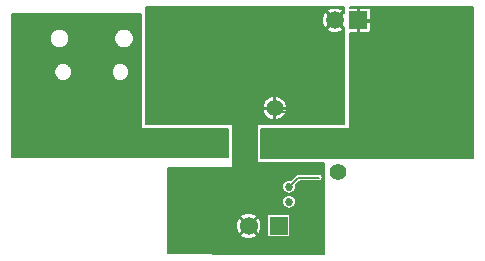
<source format=gbl>
G04 (created by PCBNEW (2013-07-07 BZR 4022)-stable) date 03/12/2015 19:04:02*
%MOIN*%
G04 Gerber Fmt 3.4, Leading zero omitted, Abs format*
%FSLAX34Y34*%
G01*
G70*
G90*
G04 APERTURE LIST*
%ADD10C,0.00590551*%
%ADD11R,0.06X0.06*%
%ADD12C,0.06*%
%ADD13R,0.0590551X0.0590551*%
%ADD14C,0.0590551*%
%ADD15C,0.055*%
%ADD16C,0.027*%
%ADD17C,0.006*%
G04 APERTURE END LIST*
G54D10*
G54D11*
X49400Y-33550D03*
G54D12*
X48400Y-33550D03*
G54D13*
X52060Y-26700D03*
G54D14*
X51272Y-26700D03*
G54D15*
X51390Y-31750D03*
X49269Y-29629D03*
G54D16*
X49750Y-32750D03*
X49750Y-32250D03*
X49500Y-30750D03*
X50250Y-30750D03*
X51250Y-30750D03*
X52250Y-30750D03*
X53250Y-30750D03*
X54250Y-30750D03*
X55250Y-30750D03*
X55250Y-30000D03*
X54250Y-30000D03*
X52250Y-30000D03*
X53250Y-30000D03*
X53250Y-29250D03*
X54250Y-29250D03*
X55250Y-29250D03*
X55250Y-28500D03*
X54250Y-28500D03*
X53250Y-28500D03*
X52250Y-28500D03*
X52250Y-27750D03*
X53250Y-27750D03*
X54250Y-27750D03*
X55250Y-27750D03*
X55250Y-26750D03*
X54250Y-26750D03*
X53250Y-26750D03*
X44250Y-30500D03*
X45000Y-30500D03*
X45750Y-30500D03*
X46500Y-30500D03*
X47250Y-30500D03*
X46500Y-31000D03*
X45750Y-31000D03*
X45000Y-31000D03*
X44250Y-31000D03*
X43500Y-31000D03*
X42750Y-31000D03*
X42000Y-31000D03*
X41250Y-31000D03*
X40750Y-30750D03*
X40750Y-30000D03*
X40750Y-29250D03*
X41100Y-30400D03*
X41100Y-29700D03*
X45500Y-29000D03*
X50500Y-33750D03*
X50500Y-34250D03*
X49750Y-34250D03*
X49000Y-34250D03*
X48250Y-34250D03*
X47500Y-34250D03*
X46750Y-34250D03*
X46000Y-34250D03*
X46000Y-33500D03*
X46750Y-33500D03*
X47500Y-33500D03*
X47750Y-32750D03*
X47000Y-32750D03*
X46250Y-32750D03*
X47000Y-32250D03*
X47750Y-32250D03*
X48250Y-31750D03*
X48250Y-31000D03*
X48250Y-30250D03*
X50750Y-27500D03*
X50750Y-28250D03*
X50000Y-26750D03*
X50000Y-27500D03*
X50000Y-28250D03*
X50000Y-29000D03*
X50000Y-29750D03*
X49250Y-29000D03*
X49250Y-28250D03*
X49250Y-27500D03*
X49250Y-26750D03*
X48500Y-26750D03*
X48500Y-27500D03*
X48500Y-28250D03*
X48500Y-29000D03*
X48500Y-29750D03*
X47750Y-29750D03*
X47750Y-29000D03*
X47750Y-28250D03*
X47750Y-27500D03*
X47750Y-26750D03*
X47000Y-26750D03*
X47000Y-27500D03*
X47000Y-28250D03*
X47000Y-29000D03*
X47000Y-29750D03*
X46250Y-29750D03*
X46250Y-29000D03*
X46250Y-28250D03*
X46250Y-27500D03*
X46250Y-26750D03*
X45500Y-26750D03*
X45500Y-27500D03*
X45500Y-28250D03*
G54D17*
X50750Y-31950D02*
X50050Y-31950D01*
X50050Y-31950D02*
X49750Y-32250D01*
X52200Y-26750D02*
X53250Y-26750D01*
X50000Y-30500D02*
X49500Y-30750D01*
X50250Y-30750D02*
X50000Y-30500D01*
X52000Y-30750D02*
X51250Y-30750D01*
X52250Y-30750D02*
X52000Y-30750D01*
X54250Y-30750D02*
X53250Y-30750D01*
X55250Y-30000D02*
X55250Y-30750D01*
X52250Y-30000D02*
X54250Y-30000D01*
X53250Y-29250D02*
X53250Y-30000D01*
X55250Y-29250D02*
X54250Y-29250D01*
X54250Y-28500D02*
X55250Y-28500D01*
X52250Y-28500D02*
X53250Y-28500D01*
X53250Y-27750D02*
X52250Y-27750D01*
X55250Y-27750D02*
X54250Y-27750D01*
X54250Y-26750D02*
X55250Y-26750D01*
X44250Y-30500D02*
X45000Y-30500D01*
X45750Y-30500D02*
X46500Y-30500D01*
X47250Y-30500D02*
X46750Y-31000D01*
X46750Y-31000D02*
X46500Y-31000D01*
X45750Y-31000D02*
X45000Y-31000D01*
X44250Y-31000D02*
X43500Y-31000D01*
X42750Y-31000D02*
X42000Y-31000D01*
X41250Y-31000D02*
X41000Y-30750D01*
X41000Y-30750D02*
X40750Y-30750D01*
X40750Y-30000D02*
X40750Y-29250D01*
X41100Y-29700D02*
X41100Y-30400D01*
X49750Y-34250D02*
X50500Y-34250D01*
X48250Y-34250D02*
X49000Y-34250D01*
X46750Y-34250D02*
X47500Y-34250D01*
X46000Y-33500D02*
X46000Y-34250D01*
X47500Y-33500D02*
X46750Y-33500D01*
X47000Y-32750D02*
X47750Y-32750D01*
X46500Y-32750D02*
X46250Y-32750D01*
X47000Y-32250D02*
X46500Y-32750D01*
X48250Y-31750D02*
X47750Y-32250D01*
X48250Y-30250D02*
X48250Y-31000D01*
X50750Y-28250D02*
X50750Y-27500D01*
X50000Y-27500D02*
X50000Y-26750D01*
X50000Y-29000D02*
X50000Y-28250D01*
X49250Y-29750D02*
X50000Y-29750D01*
X49250Y-28250D02*
X49250Y-29000D01*
X49250Y-26750D02*
X49250Y-27500D01*
X48500Y-27500D02*
X48500Y-26750D01*
X48500Y-29000D02*
X48500Y-28250D01*
X47750Y-29750D02*
X48500Y-29750D01*
X47750Y-28250D02*
X47750Y-29000D01*
X47750Y-26750D02*
X47750Y-27500D01*
X47000Y-27500D02*
X47000Y-26750D01*
X47000Y-29000D02*
X47000Y-28250D01*
X46250Y-29750D02*
X47000Y-29750D01*
X46250Y-28250D02*
X46250Y-29000D01*
X46250Y-26750D02*
X46250Y-27500D01*
X45500Y-27500D02*
X45500Y-26750D01*
X45500Y-29000D02*
X45500Y-28250D01*
G54D10*
G36*
X47720Y-31270D02*
X44574Y-31270D01*
X44574Y-27248D01*
X44524Y-27128D01*
X44432Y-27036D01*
X44313Y-26986D01*
X44183Y-26986D01*
X44063Y-27036D01*
X43971Y-27127D01*
X43921Y-27247D01*
X43921Y-27377D01*
X43971Y-27497D01*
X44062Y-27589D01*
X44182Y-27638D01*
X44312Y-27639D01*
X44432Y-27589D01*
X44524Y-27497D01*
X44573Y-27377D01*
X44574Y-27248D01*
X44574Y-31270D01*
X44426Y-31270D01*
X44426Y-28366D01*
X44381Y-28257D01*
X44298Y-28173D01*
X44188Y-28128D01*
X44070Y-28128D01*
X43961Y-28173D01*
X43878Y-28256D01*
X43833Y-28365D01*
X43832Y-28483D01*
X43878Y-28592D01*
X43961Y-28676D01*
X44070Y-28721D01*
X44188Y-28721D01*
X44297Y-28676D01*
X44381Y-28593D01*
X44426Y-28484D01*
X44426Y-28366D01*
X44426Y-31270D01*
X42517Y-31270D01*
X42517Y-28366D01*
X42471Y-28257D01*
X42428Y-28213D01*
X42428Y-27248D01*
X42378Y-27128D01*
X42287Y-27036D01*
X42167Y-26986D01*
X42037Y-26986D01*
X41917Y-27036D01*
X41825Y-27127D01*
X41776Y-27247D01*
X41775Y-27377D01*
X41825Y-27497D01*
X41917Y-27589D01*
X42036Y-27638D01*
X42166Y-27639D01*
X42286Y-27589D01*
X42378Y-27497D01*
X42428Y-27377D01*
X42428Y-27248D01*
X42428Y-28213D01*
X42388Y-28173D01*
X42279Y-28128D01*
X42161Y-28128D01*
X42052Y-28173D01*
X41968Y-28256D01*
X41923Y-28365D01*
X41923Y-28483D01*
X41968Y-28592D01*
X42051Y-28676D01*
X42161Y-28721D01*
X42279Y-28721D01*
X42388Y-28676D01*
X42471Y-28593D01*
X42516Y-28484D01*
X42517Y-28366D01*
X42517Y-31270D01*
X40530Y-31270D01*
X40530Y-26505D01*
X44820Y-26505D01*
X44820Y-30330D01*
X47720Y-30330D01*
X47720Y-31270D01*
X47720Y-31270D01*
G37*
G54D17*
X47720Y-31270D02*
X44574Y-31270D01*
X44574Y-27248D01*
X44524Y-27128D01*
X44432Y-27036D01*
X44313Y-26986D01*
X44183Y-26986D01*
X44063Y-27036D01*
X43971Y-27127D01*
X43921Y-27247D01*
X43921Y-27377D01*
X43971Y-27497D01*
X44062Y-27589D01*
X44182Y-27638D01*
X44312Y-27639D01*
X44432Y-27589D01*
X44524Y-27497D01*
X44573Y-27377D01*
X44574Y-27248D01*
X44574Y-31270D01*
X44426Y-31270D01*
X44426Y-28366D01*
X44381Y-28257D01*
X44298Y-28173D01*
X44188Y-28128D01*
X44070Y-28128D01*
X43961Y-28173D01*
X43878Y-28256D01*
X43833Y-28365D01*
X43832Y-28483D01*
X43878Y-28592D01*
X43961Y-28676D01*
X44070Y-28721D01*
X44188Y-28721D01*
X44297Y-28676D01*
X44381Y-28593D01*
X44426Y-28484D01*
X44426Y-28366D01*
X44426Y-31270D01*
X42517Y-31270D01*
X42517Y-28366D01*
X42471Y-28257D01*
X42428Y-28213D01*
X42428Y-27248D01*
X42378Y-27128D01*
X42287Y-27036D01*
X42167Y-26986D01*
X42037Y-26986D01*
X41917Y-27036D01*
X41825Y-27127D01*
X41776Y-27247D01*
X41775Y-27377D01*
X41825Y-27497D01*
X41917Y-27589D01*
X42036Y-27638D01*
X42166Y-27639D01*
X42286Y-27589D01*
X42378Y-27497D01*
X42428Y-27377D01*
X42428Y-27248D01*
X42428Y-28213D01*
X42388Y-28173D01*
X42279Y-28128D01*
X42161Y-28128D01*
X42052Y-28173D01*
X41968Y-28256D01*
X41923Y-28365D01*
X41923Y-28483D01*
X41968Y-28592D01*
X42051Y-28676D01*
X42161Y-28721D01*
X42279Y-28721D01*
X42388Y-28676D01*
X42471Y-28593D01*
X42516Y-28484D01*
X42517Y-28366D01*
X42517Y-31270D01*
X40530Y-31270D01*
X40530Y-26505D01*
X44820Y-26505D01*
X44820Y-30330D01*
X47720Y-30330D01*
X47720Y-31270D01*
G54D10*
G36*
X51595Y-30170D02*
X51541Y-30170D01*
X51541Y-26997D01*
X51272Y-26728D01*
X51244Y-26756D01*
X51244Y-26700D01*
X50975Y-26430D01*
X50910Y-26461D01*
X50846Y-26618D01*
X50847Y-26787D01*
X50910Y-26938D01*
X50975Y-26969D01*
X51244Y-26700D01*
X51244Y-26756D01*
X51003Y-26997D01*
X51034Y-27062D01*
X51190Y-27125D01*
X51360Y-27124D01*
X51511Y-27062D01*
X51541Y-26997D01*
X51541Y-30170D01*
X49673Y-30170D01*
X49673Y-29713D01*
X49673Y-29545D01*
X49610Y-29396D01*
X49495Y-29283D01*
X49353Y-29225D01*
X49289Y-29249D01*
X49289Y-29609D01*
X49649Y-29609D01*
X49673Y-29545D01*
X49673Y-29713D01*
X49649Y-29649D01*
X49289Y-29649D01*
X49289Y-30009D01*
X49353Y-30033D01*
X49501Y-29970D01*
X49614Y-29855D01*
X49673Y-29713D01*
X49673Y-30170D01*
X49249Y-30170D01*
X49249Y-30009D01*
X49249Y-29649D01*
X49249Y-29609D01*
X49249Y-29249D01*
X49185Y-29225D01*
X49036Y-29288D01*
X48923Y-29403D01*
X48865Y-29545D01*
X48889Y-29609D01*
X49249Y-29609D01*
X49249Y-29649D01*
X48889Y-29649D01*
X48865Y-29713D01*
X48928Y-29861D01*
X49043Y-29974D01*
X49185Y-30033D01*
X49249Y-30009D01*
X49249Y-30170D01*
X48670Y-30170D01*
X48670Y-31455D01*
X50920Y-31455D01*
X50920Y-34486D01*
X50870Y-34486D01*
X50870Y-31950D01*
X50860Y-31904D01*
X50834Y-31865D01*
X50795Y-31839D01*
X50750Y-31830D01*
X50050Y-31830D01*
X50004Y-31839D01*
X49965Y-31865D01*
X49802Y-32028D01*
X49794Y-32025D01*
X49705Y-32024D01*
X49622Y-32059D01*
X49559Y-32122D01*
X49525Y-32205D01*
X49524Y-32294D01*
X49559Y-32377D01*
X49622Y-32440D01*
X49705Y-32474D01*
X49794Y-32475D01*
X49877Y-32440D01*
X49940Y-32377D01*
X49974Y-32294D01*
X49975Y-32205D01*
X49971Y-32197D01*
X50099Y-32070D01*
X50750Y-32070D01*
X50795Y-32060D01*
X50834Y-32034D01*
X50860Y-31995D01*
X50870Y-31950D01*
X50870Y-34486D01*
X49975Y-34483D01*
X49975Y-32705D01*
X49940Y-32622D01*
X49877Y-32559D01*
X49794Y-32525D01*
X49705Y-32524D01*
X49622Y-32559D01*
X49559Y-32622D01*
X49525Y-32705D01*
X49524Y-32794D01*
X49559Y-32877D01*
X49622Y-32940D01*
X49705Y-32974D01*
X49794Y-32975D01*
X49877Y-32940D01*
X49940Y-32877D01*
X49974Y-32794D01*
X49975Y-32705D01*
X49975Y-34483D01*
X49790Y-34482D01*
X49790Y-33832D01*
X49790Y-33232D01*
X49776Y-33199D01*
X49751Y-33173D01*
X49717Y-33160D01*
X49682Y-33159D01*
X49082Y-33159D01*
X49049Y-33173D01*
X49023Y-33198D01*
X49010Y-33232D01*
X49009Y-33267D01*
X49009Y-33867D01*
X49023Y-33900D01*
X49048Y-33926D01*
X49082Y-33939D01*
X49117Y-33940D01*
X49717Y-33940D01*
X49750Y-33926D01*
X49776Y-33901D01*
X49789Y-33867D01*
X49790Y-33832D01*
X49790Y-34482D01*
X48830Y-34479D01*
X48830Y-33632D01*
X48829Y-33461D01*
X48766Y-33308D01*
X48700Y-33277D01*
X48672Y-33305D01*
X48672Y-33249D01*
X48641Y-33183D01*
X48482Y-33119D01*
X48311Y-33120D01*
X48158Y-33183D01*
X48127Y-33249D01*
X48400Y-33521D01*
X48672Y-33249D01*
X48672Y-33305D01*
X48428Y-33550D01*
X48700Y-33822D01*
X48766Y-33791D01*
X48830Y-33632D01*
X48830Y-34479D01*
X48672Y-34479D01*
X48672Y-33850D01*
X48400Y-33578D01*
X48371Y-33606D01*
X48371Y-33550D01*
X48099Y-33277D01*
X48033Y-33308D01*
X47969Y-33467D01*
X47970Y-33638D01*
X48033Y-33791D01*
X48099Y-33822D01*
X48371Y-33550D01*
X48371Y-33606D01*
X48127Y-33850D01*
X48158Y-33916D01*
X48317Y-33980D01*
X48488Y-33979D01*
X48641Y-33916D01*
X48672Y-33850D01*
X48672Y-34479D01*
X45730Y-34470D01*
X45730Y-31630D01*
X47880Y-31630D01*
X47880Y-30170D01*
X44980Y-30170D01*
X44980Y-26255D01*
X51595Y-26255D01*
X51595Y-26442D01*
X51570Y-26430D01*
X51541Y-26459D01*
X51541Y-26402D01*
X51511Y-26337D01*
X51354Y-26274D01*
X51185Y-26275D01*
X51034Y-26337D01*
X51003Y-26402D01*
X51272Y-26671D01*
X51541Y-26402D01*
X51541Y-26459D01*
X51300Y-26700D01*
X51570Y-26969D01*
X51595Y-26957D01*
X51595Y-30170D01*
X51595Y-30170D01*
G37*
G54D17*
X51595Y-30170D02*
X51541Y-30170D01*
X51541Y-26997D01*
X51272Y-26728D01*
X51244Y-26756D01*
X51244Y-26700D01*
X50975Y-26430D01*
X50910Y-26461D01*
X50846Y-26618D01*
X50847Y-26787D01*
X50910Y-26938D01*
X50975Y-26969D01*
X51244Y-26700D01*
X51244Y-26756D01*
X51003Y-26997D01*
X51034Y-27062D01*
X51190Y-27125D01*
X51360Y-27124D01*
X51511Y-27062D01*
X51541Y-26997D01*
X51541Y-30170D01*
X49673Y-30170D01*
X49673Y-29713D01*
X49673Y-29545D01*
X49610Y-29396D01*
X49495Y-29283D01*
X49353Y-29225D01*
X49289Y-29249D01*
X49289Y-29609D01*
X49649Y-29609D01*
X49673Y-29545D01*
X49673Y-29713D01*
X49649Y-29649D01*
X49289Y-29649D01*
X49289Y-30009D01*
X49353Y-30033D01*
X49501Y-29970D01*
X49614Y-29855D01*
X49673Y-29713D01*
X49673Y-30170D01*
X49249Y-30170D01*
X49249Y-30009D01*
X49249Y-29649D01*
X49249Y-29609D01*
X49249Y-29249D01*
X49185Y-29225D01*
X49036Y-29288D01*
X48923Y-29403D01*
X48865Y-29545D01*
X48889Y-29609D01*
X49249Y-29609D01*
X49249Y-29649D01*
X48889Y-29649D01*
X48865Y-29713D01*
X48928Y-29861D01*
X49043Y-29974D01*
X49185Y-30033D01*
X49249Y-30009D01*
X49249Y-30170D01*
X48670Y-30170D01*
X48670Y-31455D01*
X50920Y-31455D01*
X50920Y-34486D01*
X50870Y-34486D01*
X50870Y-31950D01*
X50860Y-31904D01*
X50834Y-31865D01*
X50795Y-31839D01*
X50750Y-31830D01*
X50050Y-31830D01*
X50004Y-31839D01*
X49965Y-31865D01*
X49802Y-32028D01*
X49794Y-32025D01*
X49705Y-32024D01*
X49622Y-32059D01*
X49559Y-32122D01*
X49525Y-32205D01*
X49524Y-32294D01*
X49559Y-32377D01*
X49622Y-32440D01*
X49705Y-32474D01*
X49794Y-32475D01*
X49877Y-32440D01*
X49940Y-32377D01*
X49974Y-32294D01*
X49975Y-32205D01*
X49971Y-32197D01*
X50099Y-32070D01*
X50750Y-32070D01*
X50795Y-32060D01*
X50834Y-32034D01*
X50860Y-31995D01*
X50870Y-31950D01*
X50870Y-34486D01*
X49975Y-34483D01*
X49975Y-32705D01*
X49940Y-32622D01*
X49877Y-32559D01*
X49794Y-32525D01*
X49705Y-32524D01*
X49622Y-32559D01*
X49559Y-32622D01*
X49525Y-32705D01*
X49524Y-32794D01*
X49559Y-32877D01*
X49622Y-32940D01*
X49705Y-32974D01*
X49794Y-32975D01*
X49877Y-32940D01*
X49940Y-32877D01*
X49974Y-32794D01*
X49975Y-32705D01*
X49975Y-34483D01*
X49790Y-34482D01*
X49790Y-33832D01*
X49790Y-33232D01*
X49776Y-33199D01*
X49751Y-33173D01*
X49717Y-33160D01*
X49682Y-33159D01*
X49082Y-33159D01*
X49049Y-33173D01*
X49023Y-33198D01*
X49010Y-33232D01*
X49009Y-33267D01*
X49009Y-33867D01*
X49023Y-33900D01*
X49048Y-33926D01*
X49082Y-33939D01*
X49117Y-33940D01*
X49717Y-33940D01*
X49750Y-33926D01*
X49776Y-33901D01*
X49789Y-33867D01*
X49790Y-33832D01*
X49790Y-34482D01*
X48830Y-34479D01*
X48830Y-33632D01*
X48829Y-33461D01*
X48766Y-33308D01*
X48700Y-33277D01*
X48672Y-33305D01*
X48672Y-33249D01*
X48641Y-33183D01*
X48482Y-33119D01*
X48311Y-33120D01*
X48158Y-33183D01*
X48127Y-33249D01*
X48400Y-33521D01*
X48672Y-33249D01*
X48672Y-33305D01*
X48428Y-33550D01*
X48700Y-33822D01*
X48766Y-33791D01*
X48830Y-33632D01*
X48830Y-34479D01*
X48672Y-34479D01*
X48672Y-33850D01*
X48400Y-33578D01*
X48371Y-33606D01*
X48371Y-33550D01*
X48099Y-33277D01*
X48033Y-33308D01*
X47969Y-33467D01*
X47970Y-33638D01*
X48033Y-33791D01*
X48099Y-33822D01*
X48371Y-33550D01*
X48371Y-33606D01*
X48127Y-33850D01*
X48158Y-33916D01*
X48317Y-33980D01*
X48488Y-33979D01*
X48641Y-33916D01*
X48672Y-33850D01*
X48672Y-34479D01*
X45730Y-34470D01*
X45730Y-31630D01*
X47880Y-31630D01*
X47880Y-30170D01*
X44980Y-30170D01*
X44980Y-26255D01*
X51595Y-26255D01*
X51595Y-26442D01*
X51570Y-26430D01*
X51541Y-26459D01*
X51541Y-26402D01*
X51511Y-26337D01*
X51354Y-26274D01*
X51185Y-26275D01*
X51034Y-26337D01*
X51003Y-26402D01*
X51272Y-26671D01*
X51541Y-26402D01*
X51541Y-26459D01*
X51300Y-26700D01*
X51570Y-26969D01*
X51595Y-26957D01*
X51595Y-30170D01*
G54D10*
G36*
X55870Y-31295D02*
X52485Y-31295D01*
X52485Y-26969D01*
X52485Y-26430D01*
X52485Y-26378D01*
X52465Y-26330D01*
X52428Y-26294D01*
X52381Y-26274D01*
X52112Y-26274D01*
X52080Y-26307D01*
X52080Y-26680D01*
X52452Y-26680D01*
X52485Y-26647D01*
X52485Y-26430D01*
X52485Y-26969D01*
X52485Y-26752D01*
X52452Y-26720D01*
X52080Y-26720D01*
X52080Y-27092D01*
X52112Y-27125D01*
X52381Y-27125D01*
X52428Y-27105D01*
X52465Y-27069D01*
X52485Y-27021D01*
X52485Y-26969D01*
X52485Y-31295D01*
X48830Y-31295D01*
X48830Y-30330D01*
X51780Y-30330D01*
X51780Y-27125D01*
X52007Y-27125D01*
X52040Y-27092D01*
X52040Y-26720D01*
X52032Y-26720D01*
X52032Y-26680D01*
X52040Y-26680D01*
X52040Y-26307D01*
X52007Y-26274D01*
X51780Y-26274D01*
X51780Y-26255D01*
X55870Y-26255D01*
X55870Y-31295D01*
X55870Y-31295D01*
G37*
G54D17*
X55870Y-31295D02*
X52485Y-31295D01*
X52485Y-26969D01*
X52485Y-26430D01*
X52485Y-26378D01*
X52465Y-26330D01*
X52428Y-26294D01*
X52381Y-26274D01*
X52112Y-26274D01*
X52080Y-26307D01*
X52080Y-26680D01*
X52452Y-26680D01*
X52485Y-26647D01*
X52485Y-26430D01*
X52485Y-26969D01*
X52485Y-26752D01*
X52452Y-26720D01*
X52080Y-26720D01*
X52080Y-27092D01*
X52112Y-27125D01*
X52381Y-27125D01*
X52428Y-27105D01*
X52465Y-27069D01*
X52485Y-27021D01*
X52485Y-26969D01*
X52485Y-31295D01*
X48830Y-31295D01*
X48830Y-30330D01*
X51780Y-30330D01*
X51780Y-27125D01*
X52007Y-27125D01*
X52040Y-27092D01*
X52040Y-26720D01*
X52032Y-26720D01*
X52032Y-26680D01*
X52040Y-26680D01*
X52040Y-26307D01*
X52007Y-26274D01*
X51780Y-26274D01*
X51780Y-26255D01*
X55870Y-26255D01*
X55870Y-31295D01*
M02*

</source>
